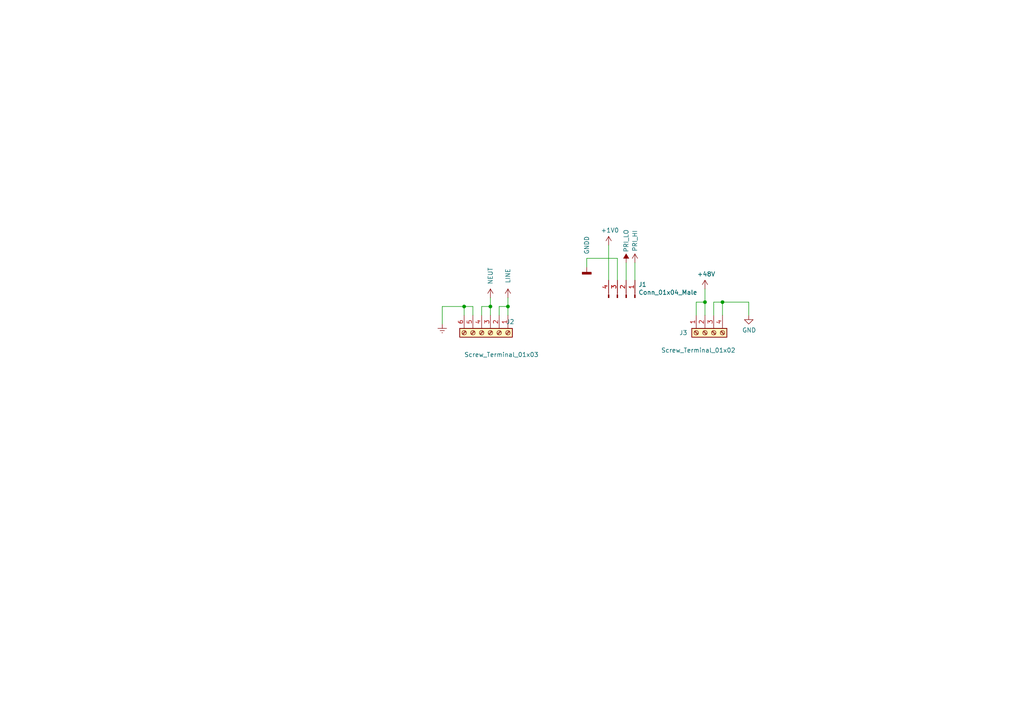
<source format=kicad_sch>
(kicad_sch (version 20200512) (host eeschema "5.99.0-unknown-r18419-5b078893")
  (page 1 1)
  (paper "A4")
  (lib_symbols
    (symbol "Connector:Conn_01x04_Male" (pin_names hide)
      (property "Reference" "J" (at 0 5.08 0))
      (property "Value" "Conn_01x04_Male" (at 0 -7.62 0))
      (symbol "Conn_01x04_Male_1_1"
        (rectangle (start 0.8636 -4.953) (end 0 -5.207) (fill (type outline)))
        (rectangle (start 0.8636 -2.413) (end 0 -2.667) (fill (type outline)))
        (rectangle (start 0.8636 0.127) (end 0 -0.127) (fill (type outline)))
        (rectangle (start 0.8636 2.667) (end 0 2.413) (fill (type outline)))
        (polyline (pts (xy 1.27 -5.08) (xy 0.8636 -5.08)))
        (polyline (pts (xy 1.27 -2.54) (xy 0.8636 -2.54)))
        (polyline (pts (xy 1.27 0) (xy 0.8636 0)))
        (polyline (pts (xy 1.27 2.54) (xy 0.8636 2.54)))
        (pin passive line (at 5.08 2.54 180) (length 3.81) (name "Pin_1") (number "1"))
        (pin passive line (at 5.08 0 180) (length 3.81) (name "Pin_2") (number "2"))
        (pin passive line (at 5.08 -2.54 180) (length 3.81) (name "Pin_3") (number "3"))
        (pin passive line (at 5.08 -5.08 180) (length 3.81) (name "Pin_4") (number "4"))
      )
    )
    (symbol "Connector:Screw_Terminal_01x04" (pin_names hide)
      (property "Reference" "J" (at 0 5.08 0))
      (property "Value" "Screw_Terminal_01x04" (at 0 -7.62 0))
      (symbol "Screw_Terminal_01x04_1_1"
        (circle (center 0 -5.08) (radius 0.635))
        (circle (center 0 -2.54) (radius 0.635))
        (circle (center 0 0) (radius 0.635))
        (circle (center 0 2.54) (radius 0.635))
        (rectangle (start -1.27 3.81) (end 1.27 -6.35) (stroke (width 0.254)) (fill (type background)))
        (polyline (pts (xy -0.5334 -4.7498) (xy 0.3302 -5.588)))
        (polyline (pts (xy -0.5334 -2.2098) (xy 0.3302 -3.048)))
        (polyline (pts (xy -0.5334 0.3302) (xy 0.3302 -0.508)))
        (polyline (pts (xy -0.5334 2.8702) (xy 0.3302 2.032)))
        (polyline (pts (xy -0.3556 -4.572) (xy 0.508 -5.4102)))
        (polyline (pts (xy -0.3556 -2.032) (xy 0.508 -2.8702)))
        (polyline (pts (xy -0.3556 0.508) (xy 0.508 -0.3302)))
        (polyline (pts (xy -0.3556 3.048) (xy 0.508 2.2098)))
        (pin passive line (at -5.08 2.54 0) (length 3.81) (name "Pin_1") (number "1"))
        (pin passive line (at -5.08 0 0) (length 3.81) (name "Pin_2") (number "2"))
        (pin passive line (at -5.08 -2.54 0) (length 3.81) (name "Pin_3") (number "3"))
        (pin passive line (at -5.08 -5.08 0) (length 3.81) (name "Pin_4") (number "4"))
      )
    )
    (symbol "Connector:Screw_Terminal_01x06" (pin_names hide)
      (property "Reference" "J" (at 0 7.62 0))
      (property "Value" "Screw_Terminal_01x06" (at 0 -10.16 0))
      (symbol "Screw_Terminal_01x06_1_1"
        (circle (center 0 -7.62) (radius 0.635))
        (circle (center 0 -5.08) (radius 0.635))
        (circle (center 0 -2.54) (radius 0.635))
        (circle (center 0 0) (radius 0.635))
        (circle (center 0 2.54) (radius 0.635))
        (circle (center 0 5.08) (radius 0.635))
        (rectangle (start -1.27 6.35) (end 1.27 -8.89) (stroke (width 0.254)) (fill (type background)))
        (polyline (pts (xy -0.5334 -7.2898) (xy 0.3302 -8.128)))
        (polyline (pts (xy -0.5334 -4.7498) (xy 0.3302 -5.588)))
        (polyline (pts (xy -0.5334 -2.2098) (xy 0.3302 -3.048)))
        (polyline (pts (xy -0.5334 0.3302) (xy 0.3302 -0.508)))
        (polyline (pts (xy -0.5334 2.8702) (xy 0.3302 2.032)))
        (polyline (pts (xy -0.5334 5.4102) (xy 0.3302 4.572)))
        (polyline (pts (xy -0.3556 -7.112) (xy 0.508 -7.9502)))
        (polyline (pts (xy -0.3556 -4.572) (xy 0.508 -5.4102)))
        (polyline (pts (xy -0.3556 -2.032) (xy 0.508 -2.8702)))
        (polyline (pts (xy -0.3556 0.508) (xy 0.508 -0.3302)))
        (polyline (pts (xy -0.3556 3.048) (xy 0.508 2.2098)))
        (polyline (pts (xy -0.3556 5.588) (xy 0.508 4.7498)))
        (pin passive line (at -5.08 5.08 0) (length 3.81) (name "Pin_1") (number "1"))
        (pin passive line (at -5.08 2.54 0) (length 3.81) (name "Pin_2") (number "2"))
        (pin passive line (at -5.08 0 0) (length 3.81) (name "Pin_3") (number "3"))
        (pin passive line (at -5.08 -2.54 0) (length 3.81) (name "Pin_4") (number "4"))
        (pin passive line (at -5.08 -5.08 0) (length 3.81) (name "Pin_5") (number "5"))
        (pin passive line (at -5.08 -7.62 0) (length 3.81) (name "Pin_6") (number "6"))
      )
    )
    (symbol "power:+1V0" (power) (pin_names (offset 0))
      (property "Value" "+1V0" (at 0 3.556 0))
      (symbol "+1V0_0_1"
        (polyline (pts (xy -0.762 1.27) (xy 0 2.54)))
        (polyline (pts (xy 0 0) (xy 0 2.54)))
        (polyline (pts (xy 0 2.54) (xy 0.762 1.27)))
      )
      (symbol "+1V0_1_1"
        (pin power_in line (at 0 0 90) (length 0) (name "+1V0") (number "1") hide)
      )
    )
    (symbol "power:+48V" (power) (pin_names (offset 0))
      (property "Value" "+48V" (at 0 3.556 0))
      (symbol "+48V_0_1"
        (polyline (pts (xy -0.762 1.27) (xy 0 2.54)))
        (polyline (pts (xy 0 0) (xy 0 2.54)))
        (polyline (pts (xy 0 2.54) (xy 0.762 1.27)))
      )
      (symbol "+48V_1_1"
        (pin power_in line (at 0 0 90) (length 0) (name "+48V") (number "1") hide)
      )
    )
    (symbol "power:Earth" (power) (pin_names (offset 0))
      (symbol "Earth_0_1"
        (polyline (pts (xy -0.635 -1.905) (xy 0.635 -1.905)))
        (polyline (pts (xy -0.127 -2.54) (xy 0.127 -2.54)))
        (polyline (pts (xy 0 -1.27) (xy 0 0)))
        (polyline (pts (xy 1.27 -1.27) (xy -1.27 -1.27)))
      )
      (symbol "Earth_1_1"
        (pin power_in line (at 0 0 270) (length 0) (name "Earth") (number "1") hide)
      )
    )
    (symbol "power:GND" (power) (pin_names (offset 0))
      (property "Value" "GND" (at 0 -3.81 0))
      (symbol "GND_0_1"
        (polyline (pts (xy 0 0) (xy 0 -1.27) (xy 1.27 -1.27) (xy 0 -2.54) (xy -1.27 -1.27) (xy 0 -1.27)))
      )
      (symbol "GND_1_1"
        (pin power_in line (at 0 0 270) (length 0) (name "GND") (number "1") hide)
      )
    )
    (symbol "power:GNDD" (power) (pin_names (offset 0))
      (property "Value" "GNDD" (at 0 -3.175 0))
      (symbol "GNDD_0_1"
        (rectangle (start -1.27 -1.524) (end 1.27 -2.032) (stroke (width 0.254)) (fill (type outline)))
        (polyline (pts (xy 0 0) (xy 0 -1.524)))
      )
      (symbol "GNDD_1_1"
        (pin power_in line (at 0 0 270) (length 0) (name "GNDD") (number "1") hide)
      )
    )
    (symbol "power:LINE" (power) (pin_names (offset 0))
      (property "Value" "LINE" (at 0 3.81 0))
      (symbol "LINE_0_1"
        (polyline (pts (xy -0.762 1.27) (xy 0 2.54)))
        (polyline (pts (xy 0 0) (xy 0 2.54)))
        (polyline (pts (xy 0 2.54) (xy 0.762 1.27)))
      )
      (symbol "LINE_1_1"
        (pin power_in line (at 0 0 90) (length 0) (name "LINE") (number "1") hide)
      )
    )
    (symbol "power:NEUT" (power) (pin_names (offset 0))
      (property "Value" "NEUT" (at 0 3.81 0))
      (symbol "NEUT_0_1"
        (polyline (pts (xy -0.762 1.27) (xy 0 2.54)))
        (polyline (pts (xy 0 0) (xy 0 2.54)))
        (polyline (pts (xy 0 2.54) (xy 0.762 1.27)))
      )
      (symbol "NEUT_1_1"
        (pin power_in line (at 0 0 90) (length 0) (name "NEUT") (number "1") hide)
      )
    )
    (symbol "power:PRI_HI" (power) (pin_names (offset 0))
      (property "Value" "PRI_HI" (at 0 3.81 0))
      (symbol "PRI_HI_0_1"
        (polyline (pts (xy -0.762 1.27) (xy 0 2.54)))
        (polyline (pts (xy 0 0) (xy 0 2.54)))
        (polyline (pts (xy 0 2.54) (xy 0.762 1.27)))
      )
      (symbol "PRI_HI_1_1"
        (pin power_in line (at 0 0 90) (length 0) (name "PRI_HI") (number "1") hide)
      )
    )
    (symbol "power:PRI_LO" (power) (pin_names (offset 0))
      (property "Value" "PRI_LO" (at 0 3.81 0))
      (symbol "PRI_LO_0_1"
        (polyline (pts (xy 0 0) (xy 0 2.54)))
        (polyline (pts (xy 0.762 1.27) (xy -0.762 1.27) (xy 0 2.54) (xy 0.762 1.27)) (fill (type outline)))
      )
      (symbol "PRI_LO_1_1"
        (pin power_in line (at 0 0 90) (length 0) (name "PRI_LO") (number "1") hide)
      )
    )
  )
  (junction (at 134.62 88.9))
  (junction (at 142.24 88.9))
  (junction (at 147.32 88.9))
  (junction (at 204.47 87.63))
  (junction (at 209.55 87.63))
  (wire (pts (xy 128.27 88.9) (xy 128.27 93.98)))
  (wire (pts (xy 134.62 88.9) (xy 128.27 88.9)))
  (wire (pts (xy 134.62 88.9) (xy 134.62 91.44)))
  (wire (pts (xy 137.16 88.9) (xy 134.62 88.9)))
  (wire (pts (xy 137.16 91.44) (xy 137.16 88.9)))
  (wire (pts (xy 139.7 88.9) (xy 142.24 88.9)))
  (wire (pts (xy 139.7 91.44) (xy 139.7 88.9)))
  (wire (pts (xy 142.24 86.36) (xy 142.24 88.9)))
  (wire (pts (xy 142.24 88.9) (xy 142.24 91.44)))
  (wire (pts (xy 144.78 88.9) (xy 147.32 88.9)))
  (wire (pts (xy 144.78 91.44) (xy 144.78 88.9)))
  (wire (pts (xy 147.32 86.36) (xy 147.32 88.9)))
  (wire (pts (xy 147.32 88.9) (xy 147.32 91.44)))
  (wire (pts (xy 170.18 74.93) (xy 170.18 77.47)))
  (wire (pts (xy 170.18 74.93) (xy 179.07 74.93)))
  (wire (pts (xy 176.53 71.12) (xy 176.53 81.28)))
  (wire (pts (xy 179.07 74.93) (xy 179.07 81.28)))
  (wire (pts (xy 181.61 76.2) (xy 181.61 81.28)))
  (wire (pts (xy 184.15 76.2) (xy 184.15 81.28)))
  (wire (pts (xy 201.93 87.63) (xy 204.47 87.63)))
  (wire (pts (xy 201.93 91.44) (xy 201.93 87.63)))
  (wire (pts (xy 204.47 83.82) (xy 204.47 87.63)))
  (wire (pts (xy 204.47 87.63) (xy 204.47 91.44)))
  (wire (pts (xy 207.01 87.63) (xy 209.55 87.63)))
  (wire (pts (xy 207.01 91.44) (xy 207.01 87.63)))
  (wire (pts (xy 209.55 87.63) (xy 209.55 91.44)))
  (wire (pts (xy 209.55 87.63) (xy 217.17 87.63)))
  (wire (pts (xy 217.17 87.63) (xy 217.17 91.44)))
  (symbol (lib_id "power:NEUT") (at 142.24 86.36 0) (unit 1)
    (property "Reference" "#PWR0101" (effects hide))
    (property "Value" "NEUT" (at 142.24 80.01 90))
  )
  (symbol (lib_id "power:LINE") (at 147.32 86.36 0) (unit 1)
    (property "Reference" "#PWR0102" (effects hide))
    (property "Value" "LINE" (at 147.32 80.01 90))
  )
  (symbol (lib_id "power:+1V0") (at 176.53 71.12 0) (unit 1)
    (property "Reference" "#PWR0107" (effects hide))
    (property "Value" "+1V0" (at 176.8983 66.7956 0))
  )
  (symbol (lib_id "power:PRI_LO") (at 181.61 76.2 0) (unit 1)
    (property "Reference" "#PWR0104" (effects hide))
    (property "Value" "PRI_LO" (at 181.61 69.85 90))
  )
  (symbol (lib_id "power:PRI_HI") (at 184.15 76.2 0) (unit 1)
    (property "Reference" "#PWR0105" (effects hide))
    (property "Value" "PRI_HI" (at 184.15 69.85 90))
  )
  (symbol (lib_id "power:+48V") (at 204.47 83.82 0) (unit 1)
    (property "Reference" "#PWR02" (effects hide))
    (property "Value" "+48V" (at 204.8383 79.4956 0))
  )
  (symbol (lib_id "power:GNDD") (at 170.18 77.47 0) (unit 1)
    (property "Reference" "#PWR0106" (effects hide))
    (property "Value" "GNDD" (at 170.18 71.12 90))
  )
  (symbol (lib_id "power:Earth") (at 128.27 93.98 0) (unit 1)
    (property "Reference" "#PWR0103" (effects hide))
    (property "Value" "Earth" (effects hide))
  )
  (symbol (lib_id "power:GND") (at 217.17 91.44 0) (unit 1)
    (property "Reference" "#PWR05" (effects hide))
    (property "Value" "GND" (at 217.2843 95.7644 0))
  )
  (symbol (lib_id "Connector:Conn_01x04_Male") (at 181.61 86.36 270) (mirror x) (unit 1)
    (property "Reference" "J1" (at 185.1661 82.5182 90) (effects (justify left)))
    (property "Value" "Conn_01x04_Male" (at 185.1661 84.8169 90) (effects (justify left)))
    (property "Footprint" "Connector_JST:JST_EH_B4B-EH-A_1x04_P2.50mm_Vertical" (effects hide))
  )
  (symbol (lib_id "Connector:Screw_Terminal_01x04") (at 204.47 96.52 90) (mirror x) (unit 1)
    (property "Reference" "J3" (at 199.39 96.52 90) (effects (justify left)))
    (property "Value" "Screw_Terminal_01x02" (at 213.36 101.6 90) (effects (justify left)))
    (property "Footprint" "TerminalBlock_Phoenix:TerminalBlock_Phoenix_MKDS-3-4-5.08_1x04_P5.08mm_Horizontal" (effects hide))
  )
  (symbol (lib_id "Connector:Screw_Terminal_01x06") (at 142.24 96.52 270) (unit 1)
    (property "Reference" "J2" (at 146.8121 93.3386 90) (effects (justify left)))
    (property "Value" "Screw_Terminal_01x03" (at 134.62 102.87 90) (effects (justify left)))
    (property "Footprint" "TerminalBlock_Phoenix:TerminalBlock_Phoenix_MKDS-3-6-5.08_1x06_P5.08mm_Horizontal" (effects hide))
  )
)
</source>
